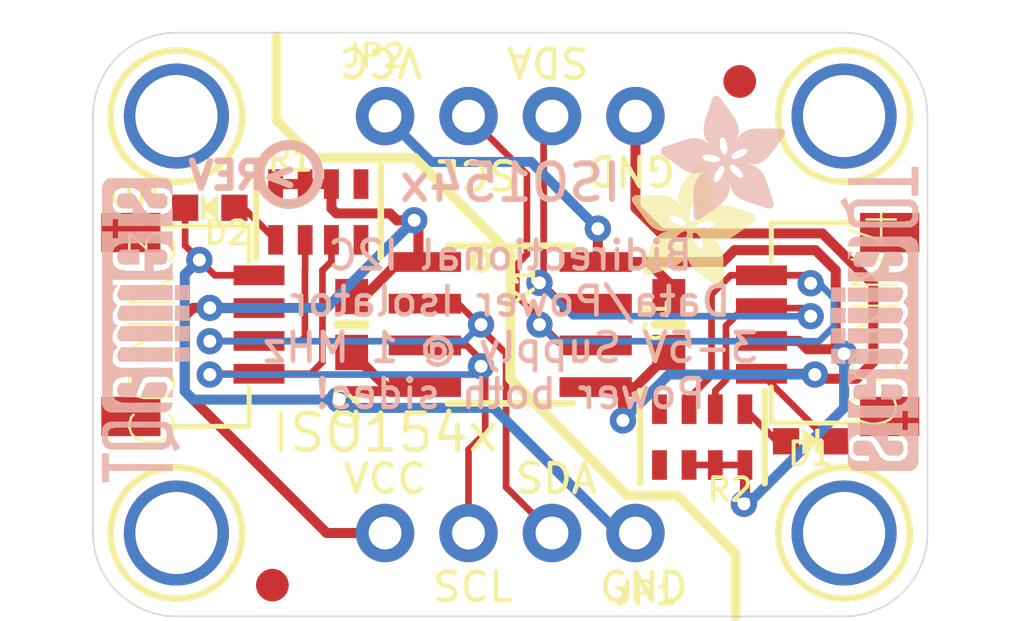
<source format=kicad_pcb>
(kicad_pcb (version 20211014) (generator pcbnew)
  (layers (0 "F.Cu" signal) (31 "B.Cu" signal) (34 "B.Paste" user) (35 "F.Paste" user) (36 "B.SilkS" user "B.Silkscreen") (37 "F.SilkS" user "F.Silkscreen") (38 "B.Mask" user) (39 "F.Mask" user) (44 "Edge.Cuts" user))
  (net 0 "")
  (net 1 "VCC1")
  (net 2 "GND1")
  (net 3 "SCL1")
  (net 4 "SDA1")
  (net 5 "VCC2")
  (net 6 "GND2")
  (net 7 "SDA2")
  (net 8 "SCL2")
  (net 9 "N$1")
  (net 10 "N$2")
  (footprint "boardEagle:JST_SH4" (layer "F.Cu") (at 158.6611 105.0036 90)
    (fp_text reference "CONN4" (at -3.33 0.958 90) (layer "F.SilkS") (effects (font (size 1.347622 1.347622) (thickness 0.074778)) (justify left)))
    (fp_text value "STEMMA_I2C_QT" hide)
    (pad "1" smd rect (at -1.5 -2.514 180) (size 1.55 0.6) (layers "F.Cu" "F.Paste" "F.Mask") (net 6 "GND2"))
    (pad "2" smd rect (at -0.5 -2.514 180) (size 1.55 0.6) (layers "F.Cu" "F.Paste" "F.Mask") (net 5 "VCC2"))
    (pad "3" smd rect (at 0.5 -2.514 180) (size 1.55 0.6) (layers "F.Cu" "F.Paste" "F.Mask") (net 7 "SDA2"))
    (pad "4" smd rect (at 1.5 -2.514 180) (size 1.55 0.6) (layers "F.Cu" "F.Paste" "F.Mask") (net 8 "SCL2"))
    (pad "MT1" smd rect (at -2.8 1.386 180) (size 1.8 1.2) (layers "F.Cu" "F.Paste" "F.Mask"))
    (pad "MT2" smd rect (at 2.8 1.386 180) (size 1.8 1.2) (layers "F.Cu" "F.Paste" "F.Mask"))
  )
  (footprint "boardEagle:0603-NO" (layer "F.Cu") (at 143.6751 105.0036 -90)
    (fp_text reference "C2" (at 1.778 0.127 90) (layer "F.SilkS") (effects (font (size 0.692831 0.692831) (thickness 0.119969)) (justify right)))
    (fp_text value "0.1uF")
    (pad "1" smd rect (at -0.85 0 270) (size 1.075 1) (layers "F.Cu" "F.Paste" "F.Mask") (net 1 "VCC1"))
    (pad "2" smd rect (at 0.85 0 270) (size 1.075 1) (layers "F.Cu" "F.Paste" "F.Mask") (net 2 "GND1"))
  )
  (footprint "boardEagle:MOUNTINGHOLE_2.5_PLATED" (layer "F.Cu") (at 138.3411 98.6536)
    (fp_text reference "U$1" hide)
    (fp_text value "MOUNTINGHOLE2.5" hide)
    (pad "P$1" thru_hole circle (at 0 0) (size 3.2 3.2) (drill 2.5) (layers *.Cu *.Mask))
  )
  (footprint "boardEagle:0603-NO" (layer "F.Cu") (at 153.3271 105.0036 -90)
    (fp_text reference "C1" (at -0.889 0.381 90) (layer "F.SilkS") (effects (font (size 0.692831 0.692831) (thickness 0.119969)) (justify right)))
    (fp_text value "0.1uF")
    (pad "1" smd rect (at -0.85 0 270) (size 1.075 1) (layers "F.Cu" "F.Paste" "F.Mask") (net 5 "VCC2"))
    (pad "2" smd rect (at 0.85 0 270) (size 1.075 1) (layers "F.Cu" "F.Paste" "F.Mask") (net 6 "GND2"))
  )
  (footprint "boardEagle:MOUNTINGHOLE_2.5_PLATED" (layer "F.Cu") (at 158.6611 98.6536)
    (fp_text reference "U$17" hide)
    (fp_text value "MOUNTINGHOLE2.5" hide)
    (pad "P$1" thru_hole circle (at 0 0) (size 3.2 3.2) (drill 2.5) (layers *.Cu *.Mask))
  )
  (footprint "boardEagle:MOUNTINGHOLE_2.5_PLATED" (layer "F.Cu") (at 138.3411 111.3536)
    (fp_text reference "U$19" hide)
    (fp_text value "MOUNTINGHOLE2.5" hide)
    (pad "P$1" thru_hole circle (at 0 0) (size 3.2 3.2) (drill 2.5) (layers *.Cu *.Mask))
  )
  (footprint "boardEagle:RESPACK_4X0603" (layer "F.Cu") (at 142.6591 101.5746)
    (fp_text reference "R1" (at -1.6 -1.6) (layer "F.SilkS") (effects (font (size 0.692831 0.692831) (thickness 0.119969)) (justify left)))
    (fp_text value "10K")
    (pad "1" smd rect (at -1.3 0.85) (size 0.45 0.9) (layers "F.Cu" "F.Paste" "F.Mask") (net 9 "N$1"))
    (pad "2" smd rect (at -0.4 0.85) (size 0.45 0.9) (layers "F.Cu" "F.Paste" "F.Mask") (net 4 "SDA1"))
    (pad "3" smd rect (at 0.4 0.85) (size 0.45 0.9) (layers "F.Cu" "F.Paste" "F.Mask") (net 3 "SCL1"))
    (pad "4" smd rect (at 1.3 0.85) (size 0.45 0.9) (layers "F.Cu" "F.Paste" "F.Mask"))
    (pad "5" smd rect (at 1.3 -0.85) (size 0.45 0.9) (layers "F.Cu" "F.Paste" "F.Mask"))
    (pad "6" smd rect (at 0.4 -0.85) (size 0.45 0.9) (layers "F.Cu" "F.Paste" "F.Mask") (net 1 "VCC1"))
    (pad "7" smd rect (at -0.4 -0.85) (size 0.45 0.9) (layers "F.Cu" "F.Paste" "F.Mask") (net 1 "VCC1"))
    (pad "8" smd rect (at -1.3 -0.85) (size 0.45 0.9) (layers "F.Cu" "F.Paste" "F.Mask") (net 1 "VCC1"))
  )
  (footprint "boardEagle:FIDUCIAL_1MM" (layer "F.Cu") (at 141.2621 112.9411)
    (fp_text reference "FID3" hide)
    (fp_text value "FIDUCIAL_1MM" hide)
    (pad "1" smd roundrect (at 0 0) (size 1 1) (layers "F.Cu" "F.Mask") (roundrect_rratio 0.5))
  )
  (footprint "boardEagle:CHIPLED_0603_NOOUTLINE" (layer "F.Cu") (at 139.3571 101.4476 90)
    (fp_text reference "D2" (at -0.762 1.27) (layer "F.SilkS") (effects (font (size 0.692831 0.692831) (thickness 0.119969)) (justify right)))
    (fp_text value "GREEN")
    (pad "A" smd rect (at 0 0.75 90) (size 0.8 0.8) (layers "F.Cu" "F.Paste" "F.Mask") (net 9 "N$1"))
    (pad "C" smd rect (at 0 -0.75 90) (size 0.8 0.8) (layers "F.Cu" "F.Paste" "F.Mask") (net 2 "GND1"))
  )
  (footprint "boardEagle:MOUNTINGHOLE_2.5_PLATED" (layer "F.Cu") (at 158.6611 111.3536)
    (fp_text reference "U$21" hide)
    (fp_text value "MOUNTINGHOLE2.5" hide)
    (pad "P$1" thru_hole circle (at 0 0) (size 3.2 3.2) (drill 2.5) (layers *.Cu *.Mask))
  )
  (footprint "boardEagle:FIDUCIAL_1MM" (layer "F.Cu") (at 155.4861 97.5995)
    (fp_text reference "FID4" hide)
    (fp_text value "FIDUCIAL_1MM" hide)
    (pad "1" smd roundrect (at 0 0) (size 1 1) (layers "F.Cu" "F.Mask") (roundrect_rratio 0.5))
  )
  (footprint "boardEagle:JST_SH4" (layer "F.Cu") (at 138.3411 105.0036 -90)
    (fp_text reference "CONN3" (at -3.076 0.704 90) (layer "F.SilkS") (effects (font (size 1.347622 1.347622) (thickness 0.074778)) (justify right)))
    (fp_text value "STEMMA_I2C_QT" hide)
    (pad "1" smd rect (at -1.5 -2.514) (size 1.55 0.6) (layers "F.Cu" "F.Paste" "F.Mask") (net 2 "GND1"))
    (pad "2" smd rect (at -0.5 -2.514) (size 1.55 0.6) (layers "F.Cu" "F.Paste" "F.Mask") (net 1 "VCC1"))
    (pad "3" smd rect (at 0.5 -2.514) (size 1.55 0.6) (layers "F.Cu" "F.Paste" "F.Mask") (net 4 "SDA1"))
    (pad "4" smd rect (at 1.5 -2.514) (size 1.55 0.6) (layers "F.Cu" "F.Paste" "F.Mask") (net 3 "SCL1"))
    (pad "MT1" smd rect (at -2.8 1.386) (size 1.8 1.2) (layers "F.Cu" "F.Paste" "F.Mask"))
    (pad "MT2" smd rect (at 2.8 1.386) (size 1.8 1.2) (layers "F.Cu" "F.Paste" "F.Mask"))
  )
  (footprint "boardEagle:RESPACK_4X0603" (layer "F.Cu") (at 154.3431 108.4326 180)
    (fp_text reference "R2" (at -1.6 -1.6) (layer "F.SilkS") (effects (font (size 0.692831 0.692831) (thickness 0.119969)) (justify right)))
    (fp_text value "10K")
    (pad "1" smd rect (at -1.3 0.85 180) (size 0.45 0.9) (layers "F.Cu" "F.Paste" "F.Mask") (net 10 "N$2"))
    (pad "2" smd rect (at -0.4 0.85 180) (size 0.45 0.9) (layers "F.Cu" "F.Paste" "F.Mask") (net 7 "SDA2"))
    (pad "3" smd rect (at 0.4 0.85 180) (size 0.45 0.9) (layers "F.Cu" "F.Paste" "F.Mask") (net 8 "SCL2"))
    (pad "4" smd rect (at 1.3 0.85 180) (size 0.45 0.9) (layers "F.Cu" "F.Paste" "F.Mask"))
    (pad "5" smd rect (at 1.3 -0.85 180) (size 0.45 0.9) (layers "F.Cu" "F.Paste" "F.Mask"))
    (pad "6" smd rect (at 0.4 -0.85 180) (size 0.45 0.9) (layers "F.Cu" "F.Paste" "F.Mask") (net 5 "VCC2"))
    (pad "7" smd rect (at -0.4 -0.85 180) (size 0.45 0.9) (layers "F.Cu" "F.Paste" "F.Mask") (net 5 "VCC2"))
    (pad "8" smd rect (at -1.3 -0.85 180) (size 0.45 0.9) (layers "F.Cu" "F.Paste" "F.Mask") (net 5 "VCC2"))
  )
  (footprint "boardEagle:1X04_ROUND" (layer "F.Cu") (at 148.5011 98.6536)
    (fp_text reference "JP2" (at -5.1562 -1.8288) (layer "F.SilkS") (effects (font (size 0.692831 0.692831) (thickness 0.119969)) (justify left)))
    (fp_text value "")
    (pad "1" thru_hole circle (at -3.81 0 90) (size 1.778 1.778) (drill 1) (layers *.Cu *.Mask) (net 5 "VCC2"))
    (pad "2" thru_hole circle (at -1.27 0 90) (size 1.778 1.778) (drill 1) (layers *.Cu *.Mask) (net 8 "SCL2"))
    (pad "3" thru_hole circle (at 1.27 0 90) (size 1.778 1.778) (drill 1) (layers *.Cu *.Mask) (net 7 "SDA2"))
    (pad "4" thru_hole circle (at 3.81 0 90) (size 1.778 1.778) (drill 1) (layers *.Cu *.Mask) (net 6 "GND2"))
  )
  (footprint "boardEagle:1X04_ROUND" (layer "F.Cu") (at 148.5011 111.3536 180)
    (fp_text reference "JP1" (at -5.1562 -1.8288) (layer "F.SilkS") (effects (font (size 0.692831 0.692831) (thickness 0.119969)) (justify right)))
    (fp_text value "")
    (pad "1" thru_hole circle (at -3.81 0 270) (size 1.778 1.778) (drill 1) (layers *.Cu *.Mask) (net 2 "GND1"))
    (pad "2" thru_hole circle (at -1.27 0 270) (size 1.778 1.778) (drill 1) (layers *.Cu *.Mask) (net 4 "SDA1"))
    (pad "3" thru_hole circle (at 1.27 0 270) (size 1.778 1.778) (drill 1) (layers *.Cu *.Mask) (net 3 "SCL1"))
    (pad "4" thru_hole circle (at 3.81 0 270) (size 1.778 1.778) (drill 1) (layers *.Cu *.Mask) (net 1 "VCC1"))
  )
  (footprint "boardEagle:ADAFRUIT_3.5MM" (layer "F.Cu") (at 152.1841 103.8606)
    (fp_text reference "U$22" hide)
    (fp_text value "" hide)
  )
  (footprint "boardEagle:SOIC8_150MIL" (layer "F.Cu") (at 148.5011 105.0036 -90)
    (fp_text reference "X1" (at -1.905 -0.381 90) (layer "F.SilkS") (effects (font (size 0.692831 0.692831) (thickness 0.119969)) (justify right)))
    (fp_text value "ISO154X")
    (pad "1" smd rect (at -1.905 2.6 270) (size 0.6 2.2) (layers "F.Cu" "F.Paste" "F.Mask") (net 1 "VCC1"))
    (pad "2" smd rect (at -0.635 2.6 270) (size 0.6 2.2) (layers "F.Cu" "F.Paste" "F.Mask") (net 4 "SDA1"))
    (pad "3" smd rect (at 0.635 2.6 270) (size 0.6 2.2) (layers "F.Cu" "F.Paste" "F.Mask") (net 3 "SCL1"))
    (pad "4" smd rect (at 1.905 2.6 270) (size 0.6 2.2) (layers "F.Cu" "F.Paste" "F.Mask") (net 2 "GND1"))
    (pad "5" smd rect (at 1.905 -2.6 270) (size 0.6 2.2) (layers "F.Cu" "F.Paste" "F.Mask") (net 6 "GND2"))
    (pad "6" smd rect (at 0.635 -2.6 270) (size 0.6 2.2) (layers "F.Cu" "F.Paste" "F.Mask") (net 8 "SCL2"))
    (pad "7" smd rect (at -0.635 -2.6 270) (size 0.6 2.2) (layers "F.Cu" "F.Paste" "F.Mask") (net 7 "SDA2"))
    (pad "8" smd rect (at -1.905 -2.6 270) (size 0.6 2.2) (layers "F.Cu" "F.Paste" "F.Mask") (net 5 "VCC2"))
  )
  (footprint "boardEagle:CHIPLED_0603_NOOUTLINE" (layer "F.Cu") (at 157.6451 108.5596 -90)
    (fp_text reference "D1" (at 0.381 0.762) (layer "F.SilkS") (effects (font (size 0.692831 0.692831) (thickness 0.119969)) (justify left)))
    (fp_text value "GREEN")
    (pad "A" smd rect (at 0 0.75 270) (size 0.8 0.8) (layers "F.Cu" "F.Paste" "F.Mask") (net 10 "N$2"))
    (pad "C" smd rect (at 0 -0.75 270) (size 0.8 0.8) (layers "F.Cu" "F.Paste" "F.Mask") (net 6 "GND2"))
  )
  (footprint "boardEagle:STEMMAQT" (layer "B.Cu") (at 138.7221 100.5586 -90)
    (fp_text reference "U$31" hide)
    (fp_text value "" hide)
  )
  (footprint "boardEagle:STEMMAQT" (layer "B.Cu") (at 158.2801 109.4486 90)
    (fp_text reference "U$30" hide)
    (fp_text value "" hide)
  )
  (footprint "boardEagle:ADAFRUIT_3.5MM" (layer "B.Cu") (at 156.8831 101.8286 180)
    (fp_text reference "U$2" hide)
    (fp_text value "" hide)
  )
  (footprint "boardEagle:PCBFEAT-REV-040" (layer "B.Cu") (at 141.7701 100.4316 180)
    (fp_text reference "U$25" hide)
    (fp_text value "" hide)
    (fp_text user ">REV" (at -0.3556 -0.508) (layer "B.SilkS") (effects (font (size 0.8128 0.8128) (thickness 0.2032)) (justify left bottom mirror)))
  )
  (gr_line (start 152.0571 110.2106) (end 153.5811 110.2106) (layer "F.SilkS") (width 0.3048))
  (gr_line (start 155.3591 111.9886) (end 155.3591 113.8936) (layer "F.SilkS") (width 0.3048))
  (gr_line (start 141.3891 98.7806) (end 142.5321 99.9236) (layer "F.SilkS") (width 0.3048))
  (gr_line (start 153.5811 110.2106) (end 155.3591 111.9886) (layer "F.SilkS") (width 0.3048))
  (gr_line (start 142.5321 99.9236) (end 145.5801 99.9236) (layer "F.SilkS") (width 0.3048))
  (gr_line (start 145.5801 99.9236) (end 148.5011 102.8446) (layer "F.SilkS") (width 0.3048))
  (gr_line (start 148.5011 106.6546) (end 152.0571 110.2106) (layer "F.SilkS") (width 0.3048))
  (gr_line (start 148.5011 102.8446) (end 148.5011 106.6546) (layer "F.SilkS") (width 0.3048))
  (gr_line (start 141.3891 96.2406) (end 141.3891 98.7806) (layer "F.SilkS") (width 0.3048))
  (gr_arc (start 158.6611 96.1136) (mid 160.457151 96.857549) (end 161.2011 98.6536) (layer "Edge.Cuts") (width 0.05))
  (gr_line (start 158.6611 96.1136) (end 138.3411 96.1136) (layer "Edge.Cuts") (width 0.05))
  (gr_arc (start 138.3411 113.8936) (mid 136.545049 113.149651) (end 135.8011 111.3536) (layer "Edge.Cuts") (width 0.05))
  (gr_arc (start 135.8011 98.6536) (mid 136.545049 96.857549) (end 138.3411 96.1136) (layer "Edge.Cuts") (width 0.05))
  (gr_line (start 138.3411 113.8936) (end 158.6611 113.8936) (layer "Edge.Cuts") (width 0.05))
  (gr_line (start 135.8011 98.6536) (end 135.8011 111.3536) (layer "Edge.Cuts") (width 0.05))
  (gr_arc (start 161.2011 111.3536) (mid 160.457151 113.149651) (end 158.6611 113.8936) (layer "Edge.Cuts") (width 0.05))
  (gr_line (start 161.2011 111.3536) (end 161.2011 98.6536) (layer "Edge.Cuts") (width 0.05))
  (gr_text "ISO154x" (at 148.5011 100.6856) (layer "B.SilkS") (effects (font (size 1.0922 1.0922) (thickness 0.1778)) (justify mirror)))
  (gr_text "Bidirectional I2C\nData/Power Isolator\n3-5V Supply @ 1 MHz\nPower both sides!" (at 148.5011 105.0036) (layer "B.SilkS") (effects (font (size 0.87376 0.87376) (thickness 0.14224)) (justify mirror)))
  (gr_text "SDA" (at 149.6441 97.0026 180) (layer "F.SilkS") (effects (font (size 0.87376 0.87376) (thickness 0.14224))))
  (gr_text "GND" (at 152.1841 100.3046 180) (layer "F.SilkS") (effects (font (size 0.87376 0.87376) (thickness 0.14224))))
  (gr_text "VCC" (at 144.5641 97.0026 180) (layer "F.SilkS") (effects (font (size 0.87376 0.87376) (thickness 0.14224))))
  (gr_text "SCL" (at 147.3581 113.0046) (layer "F.SilkS") (effects (font (size 0.87376 0.87376) (thickness 0.14224))))
  (gr_text "GND" (at 152.5651 113.0046) (layer "F.SilkS") (effects (font (size 0.87376 0.87376) (thickness 0.14224))))
  (gr_text "SCL" (at 147.4851 100.4316 180) (layer "F.SilkS") (effects (font (size 0.87376 0.87376) (thickness 0.14224))))
  (gr_text "SDA" (at 149.8981 109.7026) (layer "F.SilkS") (effects (font (size 0.87376 0.87376) (thickness 0.14224))))
  (gr_text "on" (at 136.1821 101.4476) (layer "F.SilkS") (effects (font (size 0.89408 0.89408) (thickness 0.12192)) (justify left bottom)))
  (gr_text "VCC" (at 144.6911 109.7026) (layer "F.SilkS") (effects (font (size 0.87376 0.87376) (thickness 0.14224))))
  (gr_text "ISO154x" (at 144.6911 108.3056) (layer "F.SilkS") (effects (font (size 1.1176 1.1176) (thickness 0.1524))))
  (segment (start 144.839393 101.619) (end 145.048993 101.8286) (width 0.3048) (layer "F.Cu") (net 1))
  (segment (start 145.5801 101.8286) (end 145.7071 101.9556) (width 0.3048) (layer "F.Cu") (net 1))
  (segment (start 138.5951 107.0356) (end 138.5951 104.7496) (width 0.3048) (layer "F.Cu") (net 1))
  (segment (start 140.8551 104.5036) (end 139.3651 104.5036) (width 0.3048) (layer "F.Cu") (net 1))
  (segment (start 138.8491 104.4956) (end 139.3571 104.4956) (width 0.3048) (layer "F.Cu") (net 1))
  (segment (start 141.3591 100.7246) (end 142.2591 100.7246) (width 0.3048) (layer "F.Cu") (net 1))
  (segment (start 143.2115 101.619) (end 144.839393 101.619) (width 0.3048) (layer "F.Cu") (net 1))
  (segment (start 145.7071 101.9556) (end 145.7071 103.0986) (width 0.3048) (layer "F.Cu") (net 1))
  (segment (start 143.0591 100.7246) (end 143.0591 101.4666) (width 0.3048) (layer "F.Cu") (net 1))
  (segment (start 145.048993 101.8286) (end 145.5801 101.8286) (width 0.3048) (layer "F.Cu") (net 1))
  (segment (start 138.5951 104.7496) (end 138.8491 104.4956) (width 0.3048) (layer "F.Cu") (net 1))
  (segment (start 145.7071 103.0986) (end 145.9011 103.0986) (width 0.3048) (layer "F.Cu") (net 1))
  (segment (start 143.2115 101.619) (end 143.0591 101.4666) (width 0.3048) (layer "F.Cu") (net 1))
  (segment (start 142.9131 111.3536) (end 138.5951 107.0356) (width 0.3048) (layer "F.Cu") (net 1))
  (segment (start 144.6911 111.3536) (end 142.9131 111.3536) (width 0.3048) (layer "F.Cu") (net 1))
  (segment (start 139.3651 104.5036) (end 139.3571 104.4956) (width 0.3048) (layer "F.Cu") (net 1))
  (segment (start 145.1111 103.0986) (end 145.7071 103.0986) (width 0.3048) (layer "F.Cu") (net 1))
  (segment (start 142.2591 100.7246) (end 143.0591 100.7246) (width 0.3048) (layer "F.Cu") (net 1))
  (segment (start 145.1111 103.0986) (end 144.0561 104.1536) (width 0.3048) (layer "F.Cu") (net 1))
  (segment (start 143.6751 104.1536) (end 144.0561 104.1536) (width 0.3048) (layer "F.Cu") (net 1))
  (via (at 145.5801 101.8286) (size 0.8001) (drill 0.3937) (layers "F.Cu" "B.Cu") (net 1))
  (via (at 139.3571 104.4956) (size 0.8001) (drill 0.3937) (layers "F.Cu" "B.Cu") (net 1))
  (segment (start 139.3571 104.4956) (end 142.9131 104.4956) (width 0.3048) (layer "B.Cu") (net 1))
  (segment (start 142.9131 104.4956) (end 145.5801 101.8286) (width 0.3048) (layer "B.Cu") (net 1))
  (segment (start 144.7301 106.9086) (end 144.8571 107.0356) (width 0.3048) (layer "F.Cu") (net 2))
  (segment (start 138.6071 101.4476) (end 138.6071 102.6026) (width 0.2032) (layer "F.Cu") (net 2))
  (segment (start 143.5481 107.0356) (end 144.8571 107.0356) (width 0.3048) (layer "F.Cu") (net 2))
  (segment (start 139.5081 103.5036) (end 140.8551 103.5036) (width 0.2032) (layer "F.Cu") (net 2))
  (segment (start 143.2941 107.2896) (end 143.5481 107.0356) (width 0.3048) (layer "F.Cu") (net 2))
  (segment (start 144.7301 106.9086) (end 145.9011 106.9086) (width 0.3048) (layer "F.Cu") (net 2))
  (segment (start 143.6751 105.8536) (end 144.7301 106.9086) (width 0.3048) (layer "F.Cu") (net 2))
  (segment (start 138.6071 102.6026) (end 139.0396 103.0351) (width 0.2032) (layer "F.Cu") (net 2))
  (segment (start 139.0396 103.0351) (end 139.5081 103.5036) (width 0.2032) (layer "F.Cu") (net 2))
  (via (at 143.2941 107.2896) (size 0.8001) (drill 0.3937) (layers "F.Cu" "B.Cu") (net 2))
  (via (at 139.0396 103.0351) (size 0.8001) (drill 0.3937) (layers "F.Cu" "B.Cu") (net 2))
  (segment (start 143.5481 107.5436) (end 143.2941 107.2896) (width 0.3048) (layer "B.Cu") (net 2))
  (segment (start 138.5951 107.0356) (end 138.5951 103.4796) (width 0.3048) (layer "B.Cu") (net 2))
  (segment (start 138.8491 107.2896) (end 138.5951 107.0356) (width 0.3048) (layer "B.Cu") (net 2))
  (segment (start 138.5951 103.4796) (end 139.0396 103.0351) (width 0.3048) (layer "B.Cu") (net 2))
  (segment (start 143.2941 107.2896) (end 138.8491 107.2896) (width 0.3048) (layer "B.Cu") (net 2))
  (segment (start 152.3111 111.3536) (end 151.8031 111.3536) (width 0.3048) (layer "B.Cu") (net 2))
  (segment (start 151.8031 111.3536) (end 147.9931 107.5436) (width 0.3048) (layer "B.Cu") (net 2))
  (segment (start 147.9931 107.5436) (end 143.5481 107.5436) (width 0.3048) (layer "B.Cu") (net 2))
  (segment (start 147.6121 106.2736) (end 147.6121 106.0796) (width 0.2032) (layer "F.Cu") (net 3))
  (segment (start 147.7391 108.3056) (end 147.7391 106.4006) (width 0.2032) (layer "F.Cu") (net 3))
  (segment (start 139.3811 106.5036) (end 139.3571 106.5276) (width 0.2032) (layer "F.Cu") (net 3))
  (segment (start 147.7391 106.4006) (end 147.6121 106.2736) (width 0.2032) (layer "F.Cu") (net 3))
  (segment (start 142.4291 106.5036) (end 140.8551 106.5036) (width 0.2032) (layer "F.Cu") (net 3))
  (segment (start 147.2311 111.3536) (end 147.2311 108.8136) (width 0.2032) (layer "F.Cu") (net 3))
  (segment (start 143.0591 103.0796) (end 142.7861 103.3526) (width 0.2032) (layer "F.Cu") (net 3))
  (segment (start 147.2311 108.8136) (end 147.7391 108.3056) (width 0.2032) (layer "F.Cu") (net 3))
  (segment (start 142.7861 103.3526) (end 142.7861 106.1466) (width 0.2032) (layer "F.Cu") (net 3))
  (segment (start 147.1711 105.6386) (end 145.9011 105.6386) (width 0.2032) (layer "F.Cu") (net 3))
  (segment (start 142.7861 106.1466) (end 142.4291 106.5036) (width 0.2032) (layer "F.Cu") (net 3))
  (segment (start 140.8551 106.5036) (end 139.3811 106.5036) (width 0.2032) (layer "F.Cu") (net 3))
  (segment (start 143.0591 102.4246) (end 143.0591 103.0796) (width 0.2032) (layer "F.Cu") (net 3))
  (segment (start 147.6121 106.0796) (end 147.1711 105.6386) (width 0.2032) (layer "F.Cu") (net 3))
  (via (at 139.3571 106.5276) (size 0.8001) (drill 0.3937) (layers "F.Cu" "B.Cu") (net 3))
  (via (at 147.6121 106.2736) (size 0.8001) (drill 0.3937) (layers "F.Cu" "B.Cu") (net 3))
  (segment (start 139.3571 106.5276) (end 147.3581 106.5276) (width 0.2032) (layer "B.Cu") (net 3))
  (segment (start 147.3581 106.5276) (end 147.6121 106.2736) (width 0.2032) (layer "B.Cu") (net 3))
  (segment (start 147.6121 105.0036) (end 147.6121 105.1306) (width 0.2032) (layer "F.Cu") (net 4))
  (segment (start 139.3651 105.5036) (end 139.3571 105.5116) (width 0.2032) (layer "F.Cu") (net 4))
  (segment (start 142.2527 105.3846) (end 142.2527 103.311263) (width 0.2032) (layer "F.Cu") (net 4))
  (segment (start 148.3741 109.9566) (end 149.7711 111.3536) (width 0.2032) (layer "F.Cu") (net 4))
  (segment (start 146.9171 104.3686) (end 145.9011 104.3686) (width 0.2032) (layer "F.Cu") (net 4))
  (segment (start 142.2527 103.311263) (end 142.2591 103.304863) (width 0.2032) (layer "F.Cu") (net 4))
  (segment (start 140.8551 105.5036) (end 142.1337 105.5036) (width 0.2032) (layer "F.Cu") (net 4))
  (segment (start 148.3741 105.8926) (end 147.6121 105.1306) (width 0.2032) (layer "F.Cu") (net 4))
  (segment (start 147.6121 105.0036) (end 147.5521 105.0036) (width 0.2032) (layer "F.Cu") (net 4))
  (segment (start 140.8551 105.5036) (end 139.3651 105.5036) (width 0.2032) (layer "F.Cu") (net 4))
  (segment (start 148.3741 105.8926) (end 148.3741 109.9566) (width 0.2032) (layer "F.Cu") (net 4))
  (segment (start 147.5521 105.0036) (end 146.9171 104.3686) (width 0.2032) (layer "F.Cu") (net 4))
  (segment (start 142.1337 105.5036) (end 142.2527 105.3846) (width 0.2032) (layer "F.Cu") (net 4))
  (segment (start 142.2591 103.304863) (end 142.2591 102.4246) (width 0.2032) (layer "F.Cu") (net 4))
  (via (at 147.6121 105.0036) (size 0.8001) (drill 0.3937) (layers "F.Cu" "B.Cu") (net 4))
  (via (at 139.3571 105.5116) (size 0.8001) (drill 0.3937) (layers "F.Cu" "B.Cu") (net 4))
  (segment (start 139.3571 105.5116) (end 147.1041 105.5116) (width 0.2032) (layer "B.Cu") (net 4))
  (segment (start 147.1041 105.5116) (end 147.6121 105.0036) (width 0.2032) (layer "B.Cu") (net 4))
  (segment (start 154.7431 109.2826) (end 153.9431 109.2826) (width 0.2032) (layer "F.Cu") (net 5))
  (segment (start 151.1681 103.0986) (end 152.6921 103.0986) (width 0.3048) (layer "F.Cu") (net 5))
  (segment (start 157.5441 105.7576) (end 157.2901 105.5036) (width 0.3048) (layer "F.Cu") (net 5))
  (segment (start 155.328468 102.73665) (end 157.79115 102.73665) (width 0.3048) (layer "F.Cu") (net 5))
  (segment (start 155.6431 110.4346) (end 155.6131 110.4646) (width 0.3048) (layer "F.Cu") (net 5))
  (segment (start 158.5261 105.7576) (end 157.5441 105.7576) (width 0.3048) (layer "F.Cu") (net 5))
  (segment (start 152.6921 103.0986) (end 154.966518 103.0986) (width 0.3048) (layer "F.Cu") (net 5))
  (segment (start 153.3271 103.7336) (end 153.3271 104.1536) (width 0.3048) (layer "F.Cu") (net 5))
  (segment (start 151.1681 102.0826) (end 151.1681 103.0986) (width 0.3048) (layer "F.Cu") (net 5))
  (segment (start 157.79115 102.73665) (end 158.4071 103.3526) (width 0.3048) (layer "F.Cu") (net 5))
  (segment (start 158.4071 105.6386) (end 158.6611 105.8926) (width 0.3048) (layer "F.Cu") (net 5))
  (segment (start 155.6431 109.2826) (end 154.7431 109.2826) (width 0.2032) (layer "F.Cu") (net 5))
  (segment (start 152.6921 103.0986) (end 153.3271 103.7336) (width 0.3048) (layer "F.Cu") (net 5))
  (segment (start 154.966518 103.0986) (end 155.328468 102.73665) (width 0.3048) (layer "F.Cu") (net 5))
  (segment (start 158.4071 103.3526) (end 158.4071 105.6386) (width 0.3048) (layer "F.Cu") (net 5))
  (segment (start 155.6431 109.2826) (end 155.6431 110.4346) (width 0.3048) (layer "F.Cu") (net 5))
  (segment (start 158.6611 105.8926) (end 158.5261 105.7576) (width 0.3048) (layer "F.Cu") (net 5))
  (segment (start 151.1011 103.0986) (end 151.1681 103.0986) (width 0.3048) (layer "F.Cu") (net 5))
  (segment (start 157.2901 105.5036) (end 156.1471 105.5036) (width 0.3048) (layer "F.Cu") (net 5))
  (via (at 158.6611 105.8926) (size 0.8001) (drill 0.3937) (layers "F.Cu" "B.Cu") (net 5))
  (via (at 151.1681 102.0826) (size 0.8001) (drill 0.3937) (layers "F.Cu" "B.Cu") (net 5))
  (via (at 155.6131 110.4646) (size 0.8001) (drill 0.3937) (layers "F.Cu" "B.Cu") (net 5))
  (segment (start 155.6131 110.4646) (end 155.7401 110.4646) (width 0.3048) (layer "B.Cu") (net 5))
  (segment (start 158.6611 107.5436) (end 155.7401 110.4646) (width 0.3048) (layer "B.Cu") (net 5))
  (segment (start 146.0881 100.0506) (end 149.1361 100.0506) (width 0.3048) (layer "B.Cu") (net 5))
  (segment (start 158.6611 107.5436) (end 158.6611 105.8926) (width 0.3048) (layer "B.Cu") (net 5))
  (segment (start 149.1361 100.0506) (end 151.1681 102.0826) (width 0.3048) (layer "B.Cu") (net 5))
  (segment (start 144.6911 98.6536) (end 146.0881 100.0506) (width 0.3048) (layer "B.Cu") (net 5))
  (segment (start 159.5501 103.777175) (end 159.5501 106.1466) (width 0.3048) (layer "F.Cu") (net 6))
  (segment (start 153.09215 102.22865) (end 158.001575 102.22865) (width 0.3048) (layer "F.Cu") (net 6))
  (segment (start 157.7481 106.5036) (end 157.7721 106.5276) (width 0.3048) (layer "F.Cu") (net 6))
  (segment (start 152.3111 98.6536) (end 152.3111 101.4476) (width 0.3048) (layer "F.Cu") (net 6))
  (segment (start 153.09215 102.22865) (end 152.3111 101.4476) (width 0.3048) (layer "F.Cu") (net 6))
  (segment (start 158.001575 102.22865) (end 159.5501 103.777175) (width 0.3048) (layer "F.Cu") (net 6))
  (segment (start 158.2031 108.5596) (end 158.3951 108.5596) (width 0.2032) (layer "F.Cu") (net 6))
  (segment (start 153.3271 105.8926) (end 153.3271 105.8536) (width 0.3048) (layer "F.Cu") (net 6))
  (segment (start 159.5501 106.1466) (end 159.0421 106.6546) (width 0.3048) (layer "F.Cu") (net 6))
  (segment (start 157.8991 106.6546) (end 157.7721 106.5276) (width 0.3048) (layer "F.Cu") (net 6))
  (segment (start 152.3111 106.9086) (end 153.3271 105.8926) (width 0.3048) (layer "F.Cu") (net 6))
  (segment (start 151.9301 107.0356) (end 152.0571 106.9086) (width 0.3048) (layer "F.Cu") (net 6))
  (segment (start 152.0571 106.9086) (end 152.3111 106.9086) (width 0.3048) (layer "F.Cu") (net 6))
  (segment (start 159.0421 106.6546) (end 157.8991 106.6546) (width 0.3048) (layer "F.Cu") (net 6))
  (segment (start 151.9301 107.9246) (end 151.9301 107.0356) (width 0.3048) (layer "F.Cu") (net 6))
  (segment (start 156.1471 106.5036) (end 158.2031 108.5596) (width 0.2032) (layer "F.Cu") (net 6))
  (segment (start 151.1011 106.9086) (end 152.0571 106.9086) (width 0.3048) (layer "F.Cu") (net 6))
  (segment (start 156.1471 106.5036) (end 157.7481 106.5036) (width 0.3048) (layer "F.Cu") (net 6))
  (via (at 151.9301 107.9246) (size 0.8001) (drill 0.3937) (layers "F.Cu" "B.Cu") (net 6))
  (via (at 157.7721 106.5276) (size 0.8001) (drill 0.3937) (layers "F.Cu" "B.Cu") (net 6))
  (segment (start 153.3271 106.5276) (end 151.9301 107.9246) (width 0.3048) (layer "B.Cu") (net 6))
  (segment (start 157.7721 106.5276) (end 153.3271 106.5276) (width 0.3048) (layer "B.Cu") (net 6))
  (segment (start 154.7431 107.0166) (end 155.0673 106.6924) (width 0.2032) (layer "F.Cu") (net 7))
  (segment (start 155.0673 106.6924) (end 155.0673 105.0414) (width 0.2032) (layer "F.Cu") (net 7))
  (segment (start 157.6451 104.7496) (end 157.3991 104.5036) (width 0.2032) (layer "F.Cu") (net 7))
  (segment (start 150.0851 104.3686) (end 149.4501 103.7336) (width 0.2032) (layer "F.Cu") (net 7))
  (segment (start 149.4501 103.7336) (end 149.3901 103.7336) (width 0.2032) (layer "F.Cu") (net 7))
  (segment (start 149.5171 98.9076) (end 149.7711 98.6536) (width 0.2032) (layer "F.Cu") (net 7))
  (segment (start 154.7431 107.5826) (end 154.7431 107.0166) (width 0.2032) (layer "F.Cu") (net 7))
  (segment (start 150.0851 104.3686) (end 151.1011 104.3686) (width 0.2032) (layer "F.Cu") (net 7))
  (segment (start 149.5171 103.6066) (end 149.5171 98.9076) (width 0.2032) (layer "F.Cu") (net 7))
  (segment (start 155.0673 105.0414) (end 155.6051 104.5036) (width 0.2032) (layer "F.Cu") (net 7))
  (segment (start 156.1471 104.5036) (end 157.3991 104.5036) (width 0.2032) (layer "F.Cu") (net 7))
  (segment (start 149.3901 103.7336) (end 149.5171 103.6066) (width 0.2032) (layer "F.Cu") (net 7))
  (segment (start 155.6051 104.5036) (end 156.1471 104.5036) (width 0.2032) (layer "F.Cu") (net 7))
  (via (at 157.6451 104.7496) (size 0.8001) (drill 0.3937) (layers "F.Cu" "B.Cu") (net 7))
  (via (at 149.3901 103.7336) (size 0.8001) (drill 0.3937) (layers "F.Cu" "B.Cu") (net 7))
  (segment (start 157.6451 104.7496) (end 150.4061 104.7496) (width 0.2032) (layer "B.Cu") (net 7))
  (segment (start 150.4061 104.7496) (end 149.3901 103.7336) (width 0.2032) (layer "B.Cu") (net 7))
  (segment (start 155.2081 103.5036) (end 156.1471 103.5036) (width 0.2032) (layer "F.Cu") (net 8))
  (segment (start 149.3901 105.0036) (end 149.3901 104.809863) (width 0.2032) (layer "F.Cu") (net 8))
  (segment (start 149.0091 102.863788) (end 148.68525 103.187638) (width 0.2032) (layer "F.Cu") (net 8))
  (segment (start 148.68525 103.187638) (end 148.68525 104.105013) (width 0.2032) (layer "F.Cu") (net 8))
  (segment (start 149.0091 100.4316) (end 149.0091 102.863788) (width 0.2032) (layer "F.Cu") (net 8))
  (segment (start 149.3901 104.809863) (end 148.68525 104.105013) (width 0.2032) (layer "F.Cu") (net 8))
  (segment (start 150.0851 105.6386) (end 149.4501 105.0036) (width 0.2032) (layer "F.Cu") (net 8))
  (segment (start 150.0851 105.6386) (end 151.1011 105.6386) (width 0.2032) (layer "F.Cu") (net 8))
  (segment (start 153.9431 107.241863) (end 154.627231 106.557732) (width 0.2032) (layer "F.Cu") (net 8))
  (segment (start 153.9431 107.5826) (end 153.9431 107.241863) (width 0.2032) (layer "F.Cu") (net 8))
  (segment (start 157.4024 103.5036) (end 157.6451 103.7463) (width 0.2032) (layer "F.Cu") (net 8))
  (segment (start 154.627231 104.084469) (end 155.2081 103.5036) (width 0.2032) (layer "F.Cu") (net 8))
  (segment (start 147.2311 98.6536) (end 149.0091 100.4316) (width 0.2032) (layer "F.Cu") (net 8))
  (segment (start 156.1471 103.5036) (end 157.4024 103.5036) (width 0.2032) (layer "F.Cu") (net 8))
  (segment (start 149.4501 105.0036) (end 149.3901 105.0036) (width 0.2032) (layer "F.Cu") (net 8))
  (segment (start 154.627231 106.557732) (end 154.627231 104.084469) (width 0.2032) (layer "F.Cu") (net 8))
  (via (at 149.3901 105.0036) (size 0.8001) (drill 0.3937) (layers "F.Cu" "B.Cu") (net 8))
  (via (at 157.6451 103.7463) (size 0.8001) (drill 0.3937) (layers "F.Cu" "B.Cu") (net 8))
  (segment (start 158.34995 105.06075) (end 157.8991 105.5116) (width 0.2032) (layer "B.Cu") (net 8))
  (segment (start 149.8981 105.5116) (end 149.3901 105.0036) (width 0.2032) (layer "B.Cu") (net 8))
  (segment (start 158.34995 104.19715) (end 158.34995 105.06075) (width 0.2032) (layer "B.Cu") (net 8))
  (segment (start 157.8991 105.5116) (end 149.8981 105.5116) (width 0.2032) (layer "B.Cu") (net 8))
  (segment (start 158.34995 104.19715) (end 157.8991 103.7463) (width 0.2032) (layer "B.Cu") (net 8))
  (segment (start 157.6451 103.7463) (end 157.8991 103.7463) (width 0.2032) (layer "B.Cu") (net 8))
  (segment (start 140.3821 101.4476) (end 141.3591 102.4246) (width 0.2032) (layer "F.Cu") (net 9))
  (segment (start 140.1071 101.4476) (end 140.3821 101.4476) (width 0.2032) (layer "F.Cu") (net 9))
  (segment (start 156.6201 108.5596) (end 156.8951 108.5596) (width 0.2032) (layer "F.Cu") (net 10))
  (segment (start 155.6431 107.5826) (end 156.6201 108.5596) (width 0.2032) (layer "F.Cu") (net 10))
)
</source>
